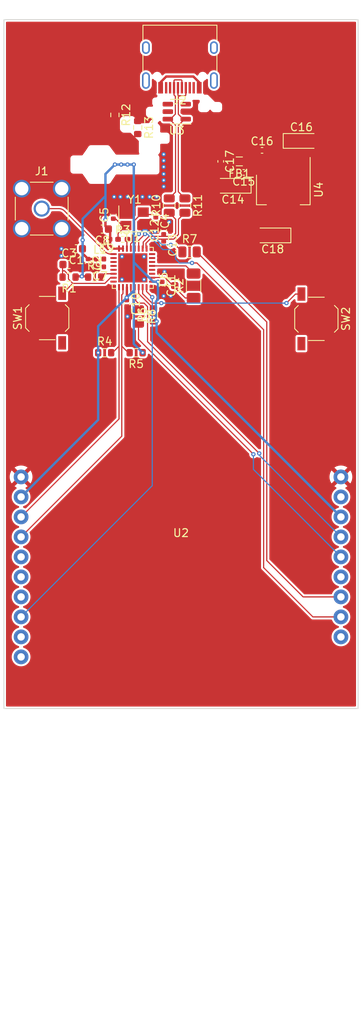
<source format=kicad_pcb>
(kicad_pcb (version 20211014) (generator pcbnew)
  (layers (0 "F.Cu" signal) (1 "In1.Cu" power) (2 "In2.Cu" power) (31 "B.Cu" signal) (34 "B.Paste" user) (35 "F.Paste" user) (36 "B.SilkS" user "B.Silkscreen") (37 "F.SilkS" user "F.Silkscreen") (38 "B.Mask" user) (39 "F.Mask" user) (44 "Edge.Cuts" user))
  (net 0 "")
  (net 1 "+3V3")
  (net 2 "GND")
  (net 3 "Net-(C3-Pad1)")
  (net 4 "Net-(C4-Pad1)")
  (net 5 "Net-(C5-Pad1)")
  (net 6 "VDD_SPI")
  (net 7 "MCU_AIN")
  (net 8 "/MCU_USB_D+")
  (net 9 "/MCU_USB_D-")
  (net 10 "USB_VBUS")
  (net 11 "Net-(C17-Pad1)")
  (net 12 "LNA_IN")
  (net 13 "CC1")
  (net 14 "USB_D+")
  (net 15 "USB_D-")
  (net 17 "CC2")
  (net 20 "SPICS0")
  (net 21 "Net-(R3-Pad2)")
  (net 22 "SDA")
  (net 23 "SCL")
  (net 24 "Net-(R6-Pad2)")
  (net 25 "Net-(R7-Pad1)")
  (net 26 "MCU_UART0_TX")
  (net 27 "Net-(R8-Pad1)")
  (net 28 "MCU_UART1_TX")
  (net 29 "Net-(R9-Pad2)")
  (net 30 "Net-(SW2-Pad2)")
  (net 34 "MCU_UART1_RX")
  (net 35 "F9P_RST")
  (net 41 "MCU_UART0_RX")
  (footprint "Resistor_SMD:R_0603_1608Metric" (layer "F.Cu") (at 161.3 77.8 180)
    (fp_text reference "R5" (at 0 -1.43) (layer "F.SilkS"))
    (fp_text value "4k7")
    (pad "1" smd roundrect (at -0.825 0 180) (size 0.8 0.95) (layers "F.Cu" "F.Paste" "F.Mask") (net 1 "+3V3"))
    (pad "2" smd roundrect (at 0.825 0 180) (size 0.8 0.95) (layers "F.Cu" "F.Paste" "F.Mask") (net 23 "SCL"))
  )
  (footprint "Capacitor_SMD:C_0603_1608Metric" (layer "F.Cu") (at 166.2 68.5 90)
    (fp_text reference "C6" (at 0 -1.43 90) (layer "F.SilkS"))
    (fp_text value "1u")
    (pad "1" smd roundrect (at -0.775 0 90) (size 0.9 0.95) (layers "F.Cu" "F.Paste" "F.Mask") (net 6 "VDD_SPI"))
    (pad "2" smd roundrect (at 0.775 0 90) (size 0.9 0.95) (layers "F.Cu" "F.Paste" "F.Mask") (net 2 "GND"))
  )
  (footprint "Resistor_SMD:R_0603_1608Metric" (layer "F.Cu") (at 163.5 73 90)
    (fp_text reference "R6" (at 0 -1.43 90) (layer "F.SilkS"))
    (fp_text value "10k")
    (pad "1" smd roundrect (at -0.825 0 90) (size 0.8 0.95) (layers "F.Cu" "F.Paste" "F.Mask") (net 1 "+3V3"))
    (pad "2" smd roundrect (at 0.825 0 90) (size 0.8 0.95) (layers "F.Cu" "F.Paste" "F.Mask") (net 24 "Net-(R6-Pad2)"))
  )
  (footprint "Button_Switch_SMD:SW_SPST_TL3342" (layer "F.Cu") (at 150 73.4 90)
    (fp_text reference "SW1" (at 0 -3.75 90) (layer "F.SilkS"))
    (fp_text value "RESET")
    (pad "1" smd rect (at -3.15 -1.9 90) (size 1.7 1) (layers "F.Cu" "F.Paste" "F.Mask") (net 2 "GND"))
    (pad "1" smd rect (at 3.15 -1.9 90) (size 1.7 1) (layers "F.Cu" "F.Paste" "F.Mask") (net 2 "GND"))
    (pad "2" smd rect (at 3.15 1.9 90) (size 1.7 1) (layers "F.Cu" "F.Paste" "F.Mask") (net 3 "Net-(C3-Pad1)"))
    (pad "2" smd rect (at -3.15 1.9 90) (size 1.7 1) (layers "F.Cu" "F.Paste" "F.Mask") (net 3 "Net-(C3-Pad1)"))
  )
  (footprint "ZED-F9P:GPS-RTK-SMA Breakout" (layer "F.Cu") (at 167 101.2)
    (fp_text reference "U2" (at 0 -0.5 unlocked) (layer "F.SilkS"))
    (fp_text value "GPS-RTK-SMA_Breakout")
    (pad "1" thru_hole circle (at -20.32 -7.62) (size 1.8796 1.8796) (drill 0.9398) (layers *.Cu *.Mask) (net 2 "GND"))
    (pad "2" thru_hole circle (at -20.32 -5.08) (size 1.8796 1.8796) (drill 0.9398) (layers *.Cu *.Mask) (net 1 "+3V3"))
    (pad "3" thru_hole circle (at -20.32 -2.54) (size 1.8796 1.8796) (drill 0.9398) (layers *.Cu *.Mask) (net 22 "SDA"))
    (pad "4" thru_hole circle (at -20.32 0) (size 1.8796 1.8796) (drill 0.9398) (layers *.Cu *.Mask) (net 23 "SCL"))
    (pad "5" thru_hole circle (at -20.32 2.54) (size 1.8796 1.8796) (drill 0.9398) (layers *.Cu *.Mask))
    (pad "6" thru_hole circle (at -20.32 5.08) (size 1.8796 1.8796) (drill 0.9398) (layers *.Cu *.Mask))
    (pad "7" thru_hole circle (at -20.32 7.62) (size 1.8796 1.8796) (drill 0.9398) (layers *.Cu *.Mask))
    (pad "8" thru_hole circle (at -20.32 10.16) (size 1.8796 1.8796) (drill 0.9398) (layers *.Cu *.Mask) (net 35 "F9P_RST"))
    (pad "9" thru_hole circle (at -20.32 12.7) (size 1.8796 1.8796) (drill 0.9398) (layers *.Cu *.Mask))
    (pad "10" thru_hole circle (at -20.32 15.24) (size 1.8796 1.8796) (drill 0.9398) (layers *.Cu *.Mask))
    (pad "11" thru_hole circle (at 20.32 -7.62) (size 1.8796 1.8796) (drill 0.9398) (layers *.Cu *.Mask) (net 2 "GND"))
    (pad "12" thru_hole circle (at 20.32 -5.08) (size 1.8796 1.8796) (drill 0.9398) (layers *.Cu *.Mask))
    (pad "13" thru_hole circle (at 20.32 -2.54) (size 1.8796 1.8796) (drill 0.9398) (layers *.Cu *.Mask) (net 1 "+3V3"))
    (pad "14" thru_hole circle (at 20.32 0) (size 1.8796 1.8796) (drill 0.9398) (layers *.Cu *.Mask) (net 34 "MCU_UART1_RX"))
    (pad "15" thru_hole circle (at 20.32 2.54) (size 1.8796 1.8796) (drill 0.9398) (layers *.Cu *.Mask) (net 28 "MCU_UART1_TX"))
    (pad "16" thru_hole circle (at 20.32 5.08) (size 1.8796 1.8796) (drill 0.9398) (layers *.Cu *.Mask))
    (pad "17" thru_hole circle (at 20.32 7.62) (size 1.8796 1.8796) (drill 0.9398) (layers *.Cu *.Mask) (net 26 "MCU_UART0_TX"))
    (pad "18" thru_hole circle (at 20.32 10.16) (size 1.8796 1.8796) (drill 0.9398) (layers *.Cu *.Mask) (net 41 "MCU_UART0_RX"))
    (pad "19" thru_hole circle (at 20.32 12.7) (size 1.8796 1.8796) (drill 0.9398) (layers *.Cu *.Mask))
  )
  (footprint "Capacitor_Tantalum_SMD:CP_EIA-3216-18_Kemet-A" (layer "F.Cu") (at 173.5975 56.6 180)
    (fp_text reference "C14" (at 0 -1.75) (layer "F.SilkS"))
    (fp_text value "4u7")
    (pad "1" smd roundrect (at -1.35 0 180) (size 1.4 1.35) (layers "F.Cu" "F.Paste" "F.Mask") (roundrect_rratio 0.185185) (net 10 "USB_VBUS"))
    (pad "2" smd roundrect (at 1.35 0 180) (size 1.4 1.35) (layers "F.Cu" "F.Paste" "F.Mask") (roundrect_rratio 0.185185) (net 2 "GND"))
  )
  (footprint "Resistor_SMD:R_0805_2012Metric" (layer "F.Cu") (at 165.5 59.1125 90)
    (fp_text reference "R10" (at 0 -1.65 90) (layer "F.SilkS"))
    (fp_text value "27")
    (pad "1" smd roundrect (at -0.9125 0 90) (size 1.025 1.4) (layers "F.Cu" "F.Paste" "F.Mask") (roundrect_rratio 0.243902) (net 8 "/MCU_USB_D+"))
    (pad "2" smd roundrect (at 0.9125 0 90) (size 1.025 1.4) (layers "F.Cu" "F.Paste" "F.Mask") (roundrect_rratio 0.243902) (net 14 "USB_D+"))
  )
  (footprint "Resistor_SMD:R_0603_1608Metric" (layer "F.Cu") (at 158.6 47.6 -90)
    (fp_text reference "R12" (at 0 -1.43 90) (layer "F.SilkS"))
    (fp_text value "5k1")
    (pad "1" smd roundrect (at -0.825 0 270) (size 0.8 0.95) (layers "F.Cu" "F.Paste" "F.Mask") (net 13 "CC1"))
    (pad "2" smd roundrect (at 0.825 0 270) (size 0.8 0.95) (layers "F.Cu" "F.Paste" "F.Mask") (net 2 "GND"))
  )
  (footprint "Connector_Coaxial:SMA_Amphenol_901-144_Vertical" (layer "F.Cu") (at 149.3 59.5)
    (fp_text reference "J1" (at 0 -4.75) (layer "F.SilkS"))
    (fp_text value "Conn_Coaxial")
    (pad "1" thru_hole circle (at 0 0) (size 2.05 2.05) (drill 1.5) (layers *.Cu *.Mask) (net 12 "LNA_IN"))
    (pad "2" thru_hole circle (at -2.54 2.54) (size 2.25 2.25) (drill 1.7) (layers *.Cu *.Mask) (net 2 "GND"))
    (pad "2" thru_hole circle (at 2.54 -2.54) (size 2.25 2.25) (drill 1.7) (layers *.Cu *.Mask) (net 2 "GND"))
    (pad "2" thru_hole circle (at -2.54 -2.54) (size 2.25 2.25) (drill 1.7) (layers *.Cu *.Mask) (net 2 "GND"))
    (pad "2" thru_hole circle (at 2.54 2.54) (size 2.25 2.25) (drill 1.7) (layers *.Cu *.Mask) (net 2 "GND"))
  )
  (footprint "Inductor_SMD:L_0805_2012Metric" (layer "F.Cu") (at 174.41 53.5 180)
    (fp_text reference "FB1" (at 0 -1.55) (layer "F.SilkS"))
    (fp_text value "GZ2012D101TF")
    (pad "1" smd roundrect (at -1.0625 0 180) (size 0.875 1.2) (layers "F.Cu" "F.Paste" "F.Mask") (net 10 "USB_VBUS"))
    (pad "2" smd roundrect (at 1.0625 0 180) (size 0.875 1.2) (layers "F.Cu" "F.Paste" "F.Mask") (net 11 "Net-(C17-Pad1)"))
  )
  (footprint "Capacitor_SMD:C_0603_1608Metric" (layer "F.Cu") (at 152.775 66.6)
    (fp_text reference "C3" (at 0 -1.43) (layer "F.SilkS"))
    (fp_text value "1u")
    (pad "1" smd roundrect (at -0.775 0) (size 0.9 0.95) (layers "F.Cu" "F.Paste" "F.Mask") (net 3 "Net-(C3-Pad1)"))
    (pad "2" smd roundrect (at 0.775 0) (size 0.9 0.95) (layers "F.Cu" "F.Paste" "F.Mask") (net 2 "GND"))
  )
  (footprint "Package_TO_SOT_SMD:SOT-223-3_TabPin2" (layer "F.Cu") (at 180 57.1 -90)
    (fp_text reference "U4" (at 0 -4.5 90) (layer "F.SilkS"))
    (fp_text value "AMS1117-3.3")
    (pad "1" smd rect (at -3.15 -2.3 270) (size 2 1.5) (layers "F.Cu" "F.Paste" "F.Mask") (net 2 "GND"))
    (pad "2" smd rect (at -3.15 0 270) (size 2 1.5) (layers "F.Cu" "F.Paste" "F.Mask") (net 1 "+3V3"))
    (pad "2" smd rect (at 3.15 0 270) (size 2 3.8) (layers "F.Cu" "F.Paste" "F.Mask") (net 1 "+3V3"))
    (pad "3" smd rect (at -3.15 2.3 270) (size 2 1.5) (layers "F.Cu" "F.Paste" "F.Mask") (net 10 "USB_VBUS"))
  )
  (footprint "Capacitor_SMD:C_0402_1005Metric" (layer "F.Cu") (at 172.0475 53.5 -90)
    (fp_text reference "C17" (at 0 -1.16 90) (layer "F.SilkS"))
    (fp_text value "10n")
    (pad "1" smd roundrect (at -0.48 0 270) (size 0.56 0.62) (layers "F.Cu" "F.Paste" "F.Mask") (net 11 "Net-(C17-Pad1)"))
    (pad "2" smd roundrect (at 0.48 0 270) (size 0.56 0.62) (layers "F.Cu" "F.Paste" "F.Mask") (net 2 "GND"))
  )
  (footprint "Capacitor_SMD:C_0402_1005Metric" (layer "F.Cu") (at 174.9675 54.9 180)
    (fp_text reference "C15" (at 0 -1.16) (layer "F.SilkS"))
    (fp_text value "100n")
    (pad "1" smd roundrect (at -0.48 0 180) (size 0.56 0.62) (layers "F.Cu" "F.Paste" "F.Mask") (net 10 "USB_VBUS"))
    (pad "2" smd roundrect (at 0.48 0 180) (size 0.56 0.62) (layers "F.Cu" "F.Paste" "F.Mask") (net 2 "GND"))
  )
  (footprint "Resistor_SMD:R_0402_1005Metric_Pad0.72x0.64mm_HandSolder" (layer "F.Cu") (at 159.6 63.4)
    (fp_text reference "R3" (at 0 -1.17) (layer "F.SilkS"))
    (fp_text value "0R")
    (pad "1" smd roundrect (at -0.5975 0) (size 0.715 0.64) (layers "F.Cu" "F.Paste" "F.Mask") (net 5 "Net-(C5-Pad1)"))
    (pad "2" smd roundrect (at 0.5975 0) (size 0.715 0.64) (layers "F.Cu" "F.Paste" "F.Mask") (net 21 "Net-(R3-Pad2)"))
  )
  (footprint "Crystal:Crystal_SMD_TXC_7M-4Pin_3.2x2.5mm" (layer "F.Cu") (at 161.1 60.8)
    (fp_text reference "Y1" (at 0 -2.45) (layer "F.SilkS"))
    (fp_text value "7M40000005")
    (pad "1" smd rect (at -1.1 0.85) (size 1.4 1.2) (layers "F.Cu" "F.Paste" "F.Mask") (net 5 "Net-(C5-Pad1)"))
    (pad "2" smd rect (at 1.1 0.85) (size 1.4 1.2) (layers "F.Cu" "F.Paste" "F.Mask") (net 2 "GND"))
    (pad "3" smd rect (at 1.1 -0.85) (size 1.4 1.2) (layers "F.Cu" "F.Paste" "F.Mask") (net 4 "Net-(C4-Pad1)"))
    (pad "4" smd rect (at -1.1 -0.85) (size 1.4 1.2) (layers "F.Cu" "F.Paste" "F.Mask") (net 2 "GND"))
  )
  (footprint "Capacitor_SMD:C_0402_1005Metric" (layer "F.Cu") (at 164.6 69.28 -90)
    (fp_text reference "C11" (at 0 -1.16 90) (layer "F.SilkS"))
    (fp_text value "100n")
    (pad "1" smd roundrect (at -0.48 0 270) (size 0.56 0.62) (layers "F.Cu" "F.Paste" "F.Mask") (net 1 "+3V3"))
    (pad "2" smd roundrect (at 0.48 0 270) (size 0.56 0.62) (layers "F.Cu" "F.Paste" "F.Mask") (net 2 "GND"))
  )
  (footprint "Resistor_SMD:R_0603_1608Metric" (layer "F.Cu") (at 157.3 77.8)
    (fp_text reference "R4" (at 0 -1.43) (layer "F.SilkS"))
    (fp_text value "4k7")
    (pad "1" smd roundrect (at -0.825 0) (size 0.8 0.95) (layers "F.Cu" "F.Paste" "F.Mask") (net 1 "+3V3"))
    (pad "2" smd roundrect (at 0.825 0) (size 0.8 0.95) (layers "F.Cu" "F.Paste" "F.Mask") (net 22 "SDA"))
  )
  (footprint "Inductor_SMD:L_0402_1005Metric" (layer "F.Cu") (at 156.715 65.9)
    (fp_text reference "L1" (at 0 -1.17) (layer "F.SilkS"))
    (fp_text value "2.0nH")
    (pad "1" smd roundrect (at -0.485 0) (size 0.59 0.64) (layers "F.Cu" "F.Paste" "F.Mask") (net 1 "+3V3"))
    (pad "2" smd roundrect (at 0.485 0) (size 0.59 0.64) (layers "F.Cu" "F.Paste" "F.Mask") (net 7 "MCU_AIN"))
  )
  (footprint "Capacitor_SMD:C_0402_1005Metric" (layer "F.Cu") (at 157.52 63.4 180)
    (fp_text reference "C9" (at 0 -1.16) (layer "F.SilkS"))
    (fp_text value "10n")
    (pad "1" smd roundrect (at -0.48 0 180) (size 0.56 0.62) (layers "F.Cu" "F.Paste" "F.Mask") (net 1 "+3V3"))
    (pad "2" smd roundrect (at 0.48 0 180) (size 0.56 0.62) (layers "F.Cu" "F.Paste" "F.Mask") (net 2 "GND"))
  )
  (footprint "Capacitor_SMD:C_0402_1005Metric" (layer "F.Cu") (at 164.8 62.27 90)
    (fp_text reference "C12" (at 0 -1.16 90) (layer "F.SilkS"))
    (fp_text value "33p")
    (pad "1" smd roundrect (at -0.48 0 90) (size 0.56 0.62) (layers "F.Cu" "F.Paste" "F.Mask") (net 8 "/MCU_USB_D+"))
    (pad "2" smd roundrect (at 0.48 0 90) (size 0.56 0.62) (layers "F.Cu" "F.Paste" "F.Mask") (net 2 "GND"))
  )
  (footprint "Capacitor_SMD:C_0603_1608Metric" (layer "F.Cu") (at 157 62.1 180)
    (fp_text reference "C8" (at 0 -1.43) (layer "F.SilkS"))
    (fp_text value "1u")
    (pad "1" smd roundrect (at -0.775 0 180) (size 0.9 0.95) (layers "F.Cu" "F.Paste" "F.Mask") (net 1 "+3V3"))
    (pad "2" smd roundrect (at 0.775 0 180) (size 0.9 0.95) (layers "F.Cu" "F.Paste" "F.Mask") (net 2 "GND"))
  )
  (footprint "Capacitor_Tantalum_SMD:CP_EIA-3216-18_Kemet-A" (layer "F.Cu") (at 182.3 50.9)
    (fp_text reference "C16" (at 0 -1.75) (layer "F.SilkS"))
    (fp_text value "22u")
    (pad "1" smd roundrect (at -1.35 0) (size 1.4 1.35) (layers "F.Cu" "F.Paste" "F.Mask") (roundrect_rratio 0.185185) (net 10 "USB_VBUS"))
    (pad "2" smd roundrect (at 1.35 0) (size 1.4 1.35) (layers "F.Cu" "F.Paste" "F.Mask") (roundrect_rratio 0.185185) (net 2 "GND"))
  )
  (footprint "Capacitor_SMD:C_0402_1005Metric" (layer "F.Cu") (at 160.1 71.6 -90)
    (fp_text reference "C10" (at 0 -1.16 90) (layer "F.SilkS"))
    (fp_text value "100n")
    (pad "1" smd roundrect (at -0.48 0 270) (size 0.56 0.62) (layers "F.Cu" "F.Paste" "F.Mask") (net 1 "+3V3"))
    (pad "2" smd roundrect (at 0.48 0 270) (size 0.56 0.62) (layers "F.Cu" "F.Paste" "F.Mask") (net 2 "GND"))
  )
  (footprint "Package_DFN_QFN:QFN-32-1EP_5x5mm_P0.5mm_EP3.7x3.7mm" (layer "F.Cu") (at 160.875 67.025)
    (fp_text reference "U1" (at 0 -3.8) (layer "F.SilkS"))
    (fp_text value "ESP32-C3")
    (pad "1" smd roundrect (at -2.45 -1.75) (size 0.8 0.25) (layers "F.Cu" "F.Paste" "F.Mask") (net 12 "LNA_IN"))
    (pad "2" smd roundrect (at -2.45 -1.25) (size 0.8 0.25) (layers "F.Cu" "F.Paste" "F.Mask") (net 7 "MCU_AIN"))
    (pad "3" smd roundrect (at -2.45 -0.75) (size 0.8 0.25) (layers "F.Cu" "F.Paste" "F.Mask") (net 7 "MCU_AIN"))
    (pad "4" smd roundrect (at -2.45 -0.25) (size 0.8 0.25) (layers "F.Cu" "F.Paste" "F.Mask"))
    (pad "5" smd roundrect (at -2.45 0.25) (size 0.8 0.25) (layers "F.Cu" "F.Paste" "F.Mask"))
    (pad "6" smd roundrect (at -2.45 0.75) (size 0.8 0.25) (layers "F.Cu" "F.Paste" "F.Mask") (net 29 "Net-(R9-Pad2)"))
    (pad "7" smd roundrect (at -2.45 1.25) (size 0.8 0.25) (layers "F.Cu" "F.Paste" "F.Mask") (net 3 "Net-(C3-Pad1)"))
    (pad "8" smd roundrect (at -2.45 1.75) (size 0.8 0.25) (layers "F.Cu" "F.Paste" "F.Mask"))
    (pad "9" smd roundrect (at -1.75 2.45) (size 0.25 0.8) (layers "F.Cu" "F.Paste" "F.Mask") (net 22 "SDA"))
    (pad "10" smd roundrect (at -1.25 2.45) (size 0.25 0.8) (layers "F.Cu" "F.Paste" "F.Mask") (net 23 "SCL"))
    (pad "11" smd roundrect (at -0.75 2.45) (size 0.25 0.8) (layers "F.Cu" "F.Paste" "F.Mask") (net 1 "+3V3"))
    (pad "12" smd roundrect (at -0.25 2.45) (size 0.25 0.8) (layers "F.Cu" "F.Paste" "F.Mask") (net 27 "Net-(R8-Pad1)"))
    (pad "13" smd roundrect (at 0.25 2.45) (size 0.25 0.8) (layers "F.Cu" "F.Paste" "F.Mask") (net 34 "MCU_UART1_RX"))
    (pad "14" smd roundrect (at 0.75 2.45) (size 0.25 0.8) (layers "F.Cu" "F.Paste" "F.Mask") (net 24 "Net-(R6-Pad2)"))
    (pad "15" smd roundrect (at 1.25 2.45) (size 0.25 0.8) (layers "F.Cu" "F.Paste" "F.Mask") (net 30 "Net-(SW2-Pad2)"))
    (pad "16" smd roundrect (at 1.75 2.45) (size 0.25 0.8) (layers "F.Cu" "F.Paste" "F.Mask") (net 35 "F9P_RST"))
    (pad "17" smd roundrect (at 2.45 1.75) (size 0.8 0.25) (layers "F.Cu" "F.Paste" "F.Mask") (net 1 "+3V3"))
    (pad "18" smd roundrect (at 2.45 1.25) (size 0.8 0.25) (layers "F.Cu" "F.Paste" "F.Mask") (net 6 "VDD_SPI"))
    (pad "19" smd roundrect (at 2.45 0.75) (size 0.8 0.25) (layers "F.Cu" "F.Paste" "F.Mask"))
    (pad "20" smd roundrect (at 2.45 0.25) (size 0.8 0.25) (layers "F.Cu" "F.Paste" "F.Mask"))
    (pad "21" smd roundrect (at 2.45 -0.25) (size 0.8 0.25) (layers "F.Cu" "F.Paste" "F.Mask") (net 20 "SPICS0"))
    (pad "22" smd roundrect (at 2.45 -0.75) (size 0.8 0.25) (layers "F.Cu" "F.Paste" "F.Mask"))
    (pad "23" smd roundrect (at 2.45 -1.25) (size 0.8 0.25) (layers "F.Cu" "F.Paste" "F.Mask"))
    (pad "24" smd roundrect (at 2.45 -1.75) (size 0.8 0.25) (layers "F.Cu" "F.Paste" "F.Mask"))
    (pad "25" smd roundrect (at 1.75 -2.45) (size 0.25 0.8) (layers "F.Cu" "F.Paste" "F.Mask") (net 9 "/MCU_USB_D-"))
    (pad "26" smd roundrect (at 1.25 -2.45) (size 0.25 0.8) (layers "F.Cu" "F.Paste" "F.Mask") (net 8 "/MCU_USB_D+"))
    (pad "27" smd roundrect (at 0.75 -2.45) (size 0.25 0.8) (layers "F.Cu" "F.Paste" "F.Mask") (net 41 "MCU_UART0_RX"))
    (pad "28" smd roundrect (at 0.25 -2.45) (size 0.25 0.8) (layers "F.Cu" "F.Paste" "F.Mask") (net 25 "Net-(R7-Pad1)"))
    (pad "29" smd roundrect (at -0.25 -2.45) (size 0.25 0.8) (layers "F.Cu" "F.Paste" "F.Mask") (net 4 "Net-(C4-Pad1)"))
    (pad "30" smd roundrect (at -0.75 -2.45) (size 0.25 0.8) (layers "F.Cu" "F.Paste" "F.Mask") (net 21 "Net-(R3-Pad2)"))
    (pad "31" smd roundrect (at -1.25 -2.45) (size 0.25 0.8) (layers "F.Cu" "F.Paste" "F.Mask") (net 1 "+3V3"))
    (pad "32" smd roundrect (at -1.75 -2.45) (size 0.25 0.8) (layers "F.Cu" "F.Paste" "F.Mask") (net 1 "+3V3"))
    (pad "33" smd rect (at 0 0) (size 3.7 3.7) (layers "F.Cu" "F.Mask") (net 2 "GND"))
  )
  (footprint "Capacitor_SMD:C_0402_1005Metric" (layer "F.Cu") (at 155.2 66.38 -90)
    (fp_text reference "C2" (at 0 -1.16 90) (layer "F.SilkS"))
    (fp_text value "100n")
    (pad "1" smd roundrect (at -0.48 0 270) (size 0.56 0.62) (layers "F.Cu" "F.Paste" "F.Mask") (net 1 "+3V3"))
    (pad "2" smd roundrect (at 0.48 0 270) (size 0.56 0.62) (layers "F.Cu" "F.Paste" "F.Mask") (net 2 "GND"))
  )
  (footprint "Capacitor_SMD:C_0402_1005Metric" (layer "F.Cu") (at 158.4 60.3 90)
    (fp_text reference "C5" (at 0 -1.16 90) (layer "F.SilkS"))
    (fp_text value "15p")
    (pad "1" smd roundrect (at -0.48 0 90) (size 0.56 0.62) (layers "F.Cu" "F.Paste" "F.Mask") (net 5 "Net-(C5-Pad1)"))
    (pad "2" smd roundrect (at 0.48 0 90) (size 0.56 0.62) (layers "F.Cu" "F.Paste" "F.Mask") (net 2 "GND"))
  )
  (footprint "Resistor_SMD:R_0805_2012Metric" (layer "F.Cu") (at 168.0875 65)
    (fp_text reference "R7" (at 0 -1.65) (layer "F.SilkS"))
    (fp_text value "499")
    (pad "1" smd roundrect (at -0.9125 0) (size 1.025 1.4) (layers "F.Cu" "F.Paste" "F.Mask") (roundrect_rratio 0.243902) (net 25 "Net-(R7-Pad1)"))
    (pad "2" smd roundrect (at 0.9125 0) (size 1.025 1.4) (layers "F.Cu" "F.Paste" "F.Mask") (roundrect_rratio 0.243902) (net 26 "MCU_UART0_TX"))
  )
  (footprint "Capacitor_SMD:C_0603_1608Metric" (layer "F.Cu") (at 153.7 64.6 180)
    (fp_text reference "C1" (at 0 -1.43) (layer "F.SilkS"))
    (fp_text value "10u")
    (pad "1" smd roundrect (at -0.775 0 180) (size 0.9 0.95) (layers "F.Cu" "F.Paste" "F.Mask") (net 1 "+3V3"))
    (pad "2" smd roundrect (at 0.775 0 180) (size 0.9 0.95) (layers "F.Cu" "F.Paste" "F.Mask") (net 2 "GND"))
  )
  (footprint "Resistor_SMD:R_0603_1608Metric" (layer "F.Cu") (at 161.5 49.2 -90)
    (fp_text reference "R13" (at 0 -1.43 90) (layer "F.SilkS"))
    (fp_text value "5k1")
    (pad "1" smd roundrect (at -0.825 0 270) (size 0.8 0.95) (layers "F.Cu" "F.Paste" "F.Mask") (net 17 "CC2"))
    (pad "2" smd roundrect (at 0.825 0 270) (size 0.8 0.95) (layers "F.Cu" "F.Paste" "F.Mask") (net 2 "GND"))
  )
  (footprint "Resistor_SMD:R_0805_2012Metric" (layer "F.Cu") (at 167.5 59.1125 -90)
    (fp_text reference "R11" (at 0 -1.65 90) (layer "F.SilkS"))
    (fp_text value "27")
    (pad "1" smd roundrect (at -0.9125 0 270) (size 1.025 1.4) (layers "F.Cu" "F.Paste" "F.Mask") (roundrect_rratio 0.243902) (net 15 "USB_D-"))
    (pad "2" smd roundrect (at 0.9125 0 270) (size 1.025 1.4) (layers "F.Cu" "F.Paste" "F.Mask") (roundrect_rratio 0.243902) (net 9 "/MCU_USB_D-"))
  )
  (footprint "Capacitor_Tantalum_SMD:CP_EIA-3216-18_Kemet-A" (layer "F.Cu") (at 178.65 62.9 180)
    (fp_text reference "C18" (at 0 -1.75) (layer "F.SilkS"))
    (fp_text value "22u")
    (pad "1" smd roundrect (at -1.35 0 180) (size 1.4 1.35) (layers "F.Cu" "F.Paste" "F.Mask") (roundrect_rratio 0.185185) (net 1 "+3V3"))
    (pad "2" smd roundrect (at 1.35 0 180) (size 1.4 1.35) (layers "F.Cu" "F.Paste" "F.Mask") (roundrect_rratio 0.185185) (net 2 "GND"))
  )
  (footprint "Resistor_SMD:R_1206_3216Metric_Pad1.30x1.75mm_HandSolder" (layer "F.Cu") (at 168.6 69.3 90)
    (fp_text reference "R2" (at 0 -1.82 90) (layer "F.SilkS"))
    (fp_text value "10K DNP")
    (pad "1" smd roundrect (at -1.55 0 90) (size 1.3 1.75) (layers "F.Cu" "F.Paste" "F.Mask") (roundrect_rratio 0.192308) (net 6 "VDD_SPI"))
    (pad "2" smd roundrect (at 1.55 0 90) (size 1.3 1.75) (layers "F.Cu" "F.Paste" "F.Mask") (roundrect_rratio 0.192308) (net 20 "SPICS0"))
  )
  (footprint "Capacitor_SMD:C_0402_1005Metric" (layer "F.Cu") (at 164.8 64.14 -90)
    (fp_text reference "C13" (at 0 -1.16 90) (layer "F.SilkS"))
    (fp_text value "33p")
    (pad "1" smd roundrect (at -0.48 0 270) (size 0.56 0.62) (layers "F.Cu" "F.Paste" "F.Mask") (net 9 "/MCU_USB_D-"))
    (pad "2" smd roundrect (at 0.48 0 270) (size 0.56 0.62) (layers "F.Cu" "F.Paste" "F.Mask") (net 2 "GND"))
  )
  (footprint "Capacitor_SMD:C_0402_1005Metric" (layer "F.Cu") (at 163.8 61.08 -90)
    (fp_text reference "C4" (at 0 -1.16 90) (layer "F.SilkS"))
    (fp_text value "15p")
    (pad "1" smd roundrect (at -0.48 0 270) (size 0.56 0.62) (layers "F.Cu" "F.Paste" "F.Mask") (net 4 "Net-(C4-Pad1)"))
    (pad "2" smd roundrect (at 0.48 0 270) (size 0.56 0.62) (layers "F.Cu" "F.Paste" "F.Mask") (net 2 "GND"))
  )
  (footprint "Resistor_SMD:R_0805_2012Metric" (layer "F.Cu") (at 161.6 73.2 -90)
    (fp_text reference "R8" (at 0 -1.65 90) (layer "F.SilkS"))
    (fp_text value "499")
    (pad "1" smd roundrect (at -0.9125 0 270) (size 1.025 1.4) (layers "F.Cu" "F.Paste" "F.Mask") (roundrect_rratio 0.243902) (net 27 "Net-(R8-Pad1)"))
    (pad "2" smd roundrect (at 0.9125 0 270) (size 1.025 1.4) (layers "F.Cu" "F.Paste" "F.Mask") (roundrect_rratio 0.243902) (net 28 "MCU_UART1_TX"))
  )
  (footprint "Resistor_SMD:R_0603_1608Metric" (layer "F.Cu") (at 156.025 68.2)
    (fp_text reference "R9" (at 0 -1.43) (layer "F.SilkS"))
    (fp_text value "10k")
    (pad "1" smd roundrect (at -0.825 0) (size 0.8 0.95) (layers "F.Cu" "F.Paste" "F.Mask") (net 1 "+3V3"))
    (pad "2" smd roundrect (at 0.825 0) (size 0.8 0.95) (layers "F.Cu" "F.Paste" "F.Mask") (net 29 "Net-(R9-Pad2)"))
  )
  (footprint "Capacitor_SMD:C_0402_1005Metric" (layer "F.Cu") (at 156.72 66.9 180)
    (fp_text reference "C7" (at 0 -1.16) (layer "F.SilkS"))
    (fp_text value "100n")
    (pad "1" smd roundrect (at -0.48 0 180) (size 0.56 0.62) (layers "F.Cu" "F.Paste" "F.Mask") (net 7 "MCU_AIN"))
    (pad "2" smd roundrect (at 0.48 0 180) (size 0.56 0.62) (layers "F.Cu" "F.Paste" "F.Mask") (net 2 "GND"))
  )
  (footprint "Connector_USB:USB_C_Receptacle_HRO_TYPE-C-31-M-12" (layer "F.Cu") (at 166.862501 40.1 180)
    (fp_text reference "J2" (at 0 -5.645) (layer "F.SilkS"))
    (fp_text value "TYPE-C-31-M-12")
    (pad "" np_thru_hole circle (at 2.89 -2.6 180) (size 0.65 0.65) (drill 0.65) (layers *.Cu *.Mask))
    (pad "" np_thru_hole circle (at -2.89 -2.6 180) (size 0.65 0.65) (drill 0.65) (layers *.Cu *.Mask))
    (pad "A1" smd rect (at -3.25 -4.045 180) (size 0.6 1.45) (layers "F.Cu" "F.Paste" "F.Mask") (net 2 "GND"))
    (pad "A4" smd rect (at -2.45 -4.045 180) (size 0.6 1.45) (layers "F.Cu" "F.Paste" "F.Mask") (net 11 "Net-(C17-Pad1)"))
    (pad "A5" smd rect (at -1.25 -4.045 180) (size 0.3 1.45) (layers "F.Cu" "F.Paste" "F.Mask") (net 13 "CC1"))
    (pad "A6" smd rect (at -0.25 -4.045 180) (size 0.3 1.45) (layers "F.Cu" "F.Paste" "F.Mask") (net 14 "USB_D+"))
    (pad "A7" smd rect (at 0.25 -4.045 180) (size 0.3 1.45) (layers "F.Cu" "F.Paste" "F.Mask") (net 15 "USB_D-"))
    (pad "A8" smd rect (at 1.25 -4.045 180) (size 0.3 1.45) (layers "F.Cu" "F.Paste" "F.Mask"))
    (pad "A9" smd rect (at 2.45 -4.045 180) (size 0.6 1.45) (layers "F.Cu" "F.Paste" "F.Mask") (net 11 "Net-(C17-Pad1)"))
    (pad "A12" smd rect (at 3.25 -4.045 180) (size 0.6 1.45) (layers "F.Cu" "F.Paste" "F.Mask") (net 2 "GND"))
    (pad "B1" smd rect (at 3.25 -4.045 180) (size 0.6 1.45) (layers "F.Cu" "F.Paste" "F.Mask") (net 2 "GND"))
    (pad "B4" smd rect (at 2.45 -4.045 180) (size 0.6 1.45) (layers "F.Cu" "F.Paste" "F.Mask") (net 11 "Net-(C17-Pad1)"))
    (pad "B5" smd rect (at 1.75 -4.045 180) (size 0.3 1.45) (layers "F.Cu" "F.Paste" "F.Mask") (net 17 "CC2"))
    (pad "B6" smd rect (at 0.75 -4.045 180) (size 0.3 1.45) (layers "F.Cu" "F.Paste" "F.Mask") (net 14 "USB_D+"))
    (pad "B7" smd rect (at -0.75 -4.045 180) (size 0.3 1.45) (layers "F.Cu" "F.Paste" "F.Mask") (net 15 "USB_D-"))
    (pad "B8" smd rect (at -1.75 -4.045 180) (size 0.3 1.45) (layers "F.Cu" "F.Paste" "F.Mask"))
    (pad "B9" smd rect (at -2.45 -4.045 180) (size 0.6 1.45) (layers "F.Cu" "F.Paste" "F.Mask") (net 11 "Net-(C17-Pad1)"))
    (pad "B12" smd rect (at -3.25 -4.045 180) (size 0.6 1.45) (layers "F.Cu" "F.Paste" "F.Mask") (net 2 "GND"))
    (pad "S1" thru_hole oval (at -4.32 1.05 180) (size 1 1.6) (drill oval 0.6 1.2) (layers *.Cu *.Mask))
    (pad "S1" thru_hole oval (at -4.32 -3.13 180) (size 1 2.1) (drill oval 0.6 1.7) (layers *.Cu *.Mask))
    (pad "S1" thru_hole oval (at 4.32 -3.13 180) (size 1 2.1) (drill oval 0.6 1.7) (layers *.Cu *.Mask))
    (pad "S1" thru_hole oval (at 4.32 1.05 180) (size 1 1.6) (drill oval 0.6 1.2) (layers *.Cu *.Mask))
  )
  (footprint "Resistor_SMD:R_0603_1608Metric" (layer "F.Cu") (at 152.775 68.2 180)
    (fp_text reference "R1" (at 0 -1.43) (layer "F.SilkS"))
    (fp_text value "10k")
    (pad "1" smd roundrect (at -0.825 0 180) (size 0.8 0.95) (layers "F.Cu" "F.Paste" "F.Mask") (net 1 "+3V3"))
    (pad "2" smd roundrect (at 0.825 0 180) (size 0.8 0.95) (layers "F.Cu" "F.Paste" "F.Mask") (net 3 "Net-(C3-Pad1)"))
  )
  (footprint "Capacitor_SMD:C_0402_1005Metric" (layer "F.Cu") (at 177.3 52.1)
    (fp_text reference "C16" (at 0 -1.16) (layer "F.SilkS"))
    (fp_text value "10n")
    (pad "1" smd roundrect (at -0.48 0) (size 0.56 0.62) (layers "F.Cu" "F.Paste" "F.Mask") (net 10 "USB_VBUS"))
    (pad "2" smd roundrect (at 0.48 0) (size 0.56 0.62) (layers "F.Cu" "F.Paste" "F.Mask") (net 2 "GND"))
  )
  (footprint "Package_TO_SOT_SMD:SOT-23-6" (layer "F.Cu") (at 166.462501 47.18 180)
    (fp_text reference "U3" (at 0 -2.4) (layer "F.SilkS"))
    (fp_text value "SRV05-4")
    (pad "1" smd roundrect (at -1.1375 -0.95 180) (size 1.325 0.6) (layers "F.Cu" "F.Paste" "F.Mask") (net 15 "USB_D-"))
    (pad "2" smd roundrect (at -1.1375 0 180) (size 1.325 0.6) (layers "F.Cu" "F.Paste" "F.Mask") (net 2 "GND"))
    (pad "3" smd roundrect (at -1.1375 0.95 180) (size 1.325 0.6) (layers "F.Cu" "F.Paste" "F.Mask"))
    (pad "4" smd roundrect (at 1.1375 0.95 180) (size 1.325 0.6) (layers "F.Cu" "F.Paste" "F.Mask"))
    (pad "5" smd roundrect (at 1.1375 0 180) (size 1.325 0.6) (layers "F.Cu" "F.Paste" "F.Mask") (net 10 "USB_VBUS"))
    (pad "6" smd roundrect (at 1.1375 -0.95 180) (size 1.325 0.6) (layers "F.Cu" "F.Paste" "F.Mask") (net 14 "USB_D+"))
  )
  (footprint "Button_Switch_SMD:SW_SPST_TL3342" (layer "F.Cu") (at 184.2 73.5 -90)
    (fp_text reference "SW2" (at 0 -3.75 90) (layer "F.SilkS"))
    (fp_text value "DOWNLOAD")
    (pad "1" smd rect (at -3.15 -1.9 270) (size 1.7 1) (layers "F.Cu" "F.Paste" "F.Mask") (net 2 "GND"))
    (pad "1" smd rect (at 3.15 -1.9 270) (size 1.7 1) (layers "F.Cu" "F.Paste" "F.Mask") (net 2 "GND"))
    (pad "2" smd rect (at 3.15 1.9 270) (size 1.7 1) (layers "F.Cu" "F.Paste" "F.Mask") (net 30 "Net-(SW2-Pad2)"))
    (pad "2" smd rect (at -3.15 1.9 270) (size 1.7 1) (layers "F.Cu" "F.Paste" "F.Mask") (net 30 "Net-(SW2-Pad2)"))
  )
  (gr_rect (start 144.5 123) (end 189.5 35.5) (layer "Edge.Cuts") (width 0.1) (fill none))
  (segment (start 155.1 68.1) (end 155.2 68.2) (width 0.3) (layer "F.Cu") (net 1))
  (segment (start 154.4 68.1) (end 155.1 68.1) (width 0.3) (layer "F.Cu") (net 1))
  (segment (start 164.575 68.775) (end 164.6 68.8) (width 0.3) (layer "F.Cu") (net 1))
  (segment (start 154.475 64.6) (end 154.475 65.175) (width 0.3) (layer "F.Cu") (net 1))
  (segment (start 163.325 68.775) (end 164.575 68.775) (width 0.3) (layer "F.Cu") (net 1))
  (segment (start 157.4 60.9) (end 157.4 61.725) (width 0.3) (layer "F.Cu") (net 1))
  (segment (start 154.4 68.1) (end 153.7 68.1) (width 0.3) (layer "F.Cu") (net 1))
  (segment (start 158 62.325) (end 157.775 62.1) (width 0.3) (layer "F.Cu") (net 1))
  (segment (start 155.2 65.9) (end 156.23 65.9) (width 0.3) (layer "F.Cu") (net 1))
  (segment (start 154.475 65.175) (end 155.2 65.9) (width 0.3) (layer "F.Cu") (net 1))
  (segment (start 157.4 61.725) (end 157.775 62.1) (width 0.3) (layer "F.Cu") (net 1))
  (segment (start 154.5 64.575) (end 154.475 64.6) (width 0.3) (layer "F.Cu") (net 1))
  (segment (start 159.625 64.575) (end 159.125 64.575) (width 0.3) (layer "F.Cu") (net 1))
  (segment (start 158 64.2) (end 158.375 64.575) (width 0.3) (layer "F.Cu") (net 1))
  (segment (start 153.7 68.1) (end 153.6 68.2) (width 0.3) (layer "F.Cu") (net 1))
  (segment (start 160.125 71.095) (end 160.1 71.12) (width 0.3) (layer "F.Cu") (net 1))
  (segment (start 154.5 63.5) (end 154.5 64.575) (width 0.3) (layer "F.Cu") (net 1))
  (segment (start 158 63.4) (end 158 62.325) (width 0.3) (layer "F.Cu") (net 1))
  (segment (start 158.375 64.575) (end 159.125 64.575) (width 0.3) (layer "F.Cu") (net 1))
  (segment (start 160.125 69.475) (end 160.125 71.095) (width 0.3) (layer "F.Cu") (net 1))
  (segment (start 158 63.4) (end 158 64.2) (width 0.3) (layer "F.Cu") (net 1))
  (via (at 156.475 77.8) (size 0.55) (drill 0.25) (layers "F.Cu" "B.Cu") (net 1))
  (via (at 158.6 53.9) (size 0.55) (drill 0.25) (layers "F.Cu" "B.Cu") (net 1))
  (via (at 164.075 68.7945) (size 0.55) (drill 0.25) (layers "F.Cu" "B.Cu") (net 1))
  (via (at 157.4 60.9) (size 0.55) (drill 0.25) (layers "F.Cu" "B.Cu") (net 1))
  (via (at 159.4 53.9) (size 0.55) (drill 0.25) (layers "F.Cu" "B.Cu") (net 1))
  (via (at 162.125 77.8) (size 0.55) (drill 0.25) (layers "F.Cu" "B.Cu") (net 1))
  (via (at 161 53.9) (size 0.55) (drill 0.25) (layers "F.Cu" "B.Cu") (net 1))
  (via (at 154.5 63.5) (size 0.55) (drill 0.25) (layers "F.Cu" "B.Cu") (net 1))
  (via (at 163.898043 73.825) (size 0.55) (drill 0.25) (layers "F.Cu" "B.Cu") (net 1))
  (via (at 160.2 53.9) (size 0.55) (drill 0.25) (layers "F.Cu" "B.Cu") (net 1))
  (via (at 154.4 68.1) (size 0.55) (drill 0.25) (layers "F.Cu" "B.Cu") (net 1))
  (via (at 160.100872 70.805431) (size 0.55) (drill 0.25) (layers "F.Cu" "B.Cu") (net 1))
  (segment (start 163.8 73.726957) (end 163.898043 73.825) (width 0.3) (layer "B.Cu") (net 1))
  (segment (start 164.075 71.041116) (end 163.8 71.316116) (width 0.3) (layer "B.Cu") (net 1))
  (segment (start 160.100872 70.805431) (end 156.475 74.431303) (width 0.3) (layer "B.Cu") (net 1))
  (segment (start 161 53.9) (end 161 66.3) (width 0.3) (layer "B.Cu") (net 1))
  (segment (start 161 76.675) (end 162.125 77.8) (width 0.3) (layer "B.Cu") (net 1))
  (segment (start 158.6 53.9) (end 159.4 53.9) (width 0.3) (layer "B.Cu") (net 1))
  (segment (start 154.5 63.5) (end 154.5 68) (width 0.3) (layer "B.Cu") (net 1))
  (segment (start 161 66.3) (end 161 69.906303) (width 0.3) (layer "B.Cu") (net 1))
  (segment (start 164.075 68.7945) (end 164.075 71.041116) (width 0.3) (layer "B.Cu") (net 1))
  (segment (start 157.4 57.9) (end 154.5 60.8) (width 0.3) (layer "B.Cu") (net 1))
  (segment (start 161 69.906303) (end 161 76.675) (width 0.3) (layer "B.Cu") (net 1))
  (segment (start 163.8 71.316116) (end 163.8 73.726957) (width 0.3) (layer "B.Cu") (net 1))
  (segment (start 161 66.316116) (end 163.478384 68.7945) (width 0.3) (layer "B.Cu") (net 1))
  (segment (start 163.898043 73.825) (end 163.898043 75.238043) (width 0.3) (layer "B.Cu") (net 1))
  (segment (start 159.4 53.9) (end 160.2 53.9) (width 0.3) (layer "B.Cu") (net 1))
  (segment (start 163.898043 75.238043) (end 187.32 98.66) (width 0.3) (layer "B.Cu") (net 1))
  (segment (start 160.2 53.9) (end 161 53.9) (width 0.3) (layer "B.Cu") (net 1))
  (segment (start 154.5 60.8) (end 154.5 63.5) (width 0.3) (layer "B.Cu") (net 1))
  (segment (start 158.6 53.9) (end 157.4 55.1) (width 0.3) (layer "B.Cu") (net 1))
  (segment (start 161 66.3) (end 161 66.316116) (width 0.3) (layer "B.Cu") (net 1))
  (segment (start 156.475 74.431303) (end 156.475 77.8) (width 0.3) (layer "B.Cu") (net 1))
  (segment (start 161 69.906303) (end 160.100872 70.805431) (width 0.3) (layer "B.Cu") (net 1))
  (segment (start 157.4 55.1) (end 157.4 57.9) (width 0.3) (layer "B.Cu") (net 1))
  (segment (start 157.4 57.9) (end 157.4 60.9) (width 0.3) (layer "B.Cu") (net 1))
  (segment (start 156.475 74.431303) (end 156.475 86.325) (width 0.3) (layer "B.Cu") (net 1))
  (segment (start 156.475 86.325) (end 146.68 96.12) (width 0.3) (layer "B.Cu") (net 1))
  (segment (start 163.478384 68.7945) (end 164.075 68.7945) (width 0.3) (layer "B.Cu") (net 1))
  (segment (start 154.5 68) (end 154.4 68.1) (width 0.3) (layer "B.Cu") (net 1))
  (via (at 164.8 55.9) (size 0.55) (drill 0.25) (layers "F.Cu" "B.Cu") (net 2))
  (via (at 164.8 52.6) (size 0.55) (drill 0.25) (layers "F.Cu" "B.Cu") (net 2))
  (via (at 160.2 58) (size 0.55) (drill 0.25) (layers "F.Cu" "B.Cu") (net 2))
  (via (at 151.8 64.6) (size 0.55) (drill 0.25) (layers "F.Cu" "B.Cu") (net 2))
  (via (at 159.3 58) (size 0.55) (drill 0.25) (layers "F.Cu" "B.Cu") (net 2))
  (via (at 164.8 55.1) (size 0.55) (drill 0.25) (layers "F.Cu" "B.Cu") (net 2))
  (via (at 162.1 58) (size 0.55) (drill 0.25) (layers "F.Cu" "B.Cu") (net 2))
  (via (at 163.9 58) (size 0.55) (drill 0.25) (layers "F.Cu" "B.Cu") (net 2))
  (via (at 164.8 56.7) (size 0.55) (drill 0.25) (layers "F.Cu" "B.Cu") (net 2))
  (via (at 160.2 73.2) (size 0.55) (drill 0.25) (layers "F.Cu" "B.Cu") (net 2))
  (via (at 163 58) (size 0.55) (drill 0.25) (layers "F.Cu" "B.Cu") (net 2))
  (via (at 162.3 65.6) (size 0.55) (drill 0.25) (layers "F.Cu" "B.Cu") (net 2))
  (via (at 163.7 62.4) (size 0.55) (drill 0.25) (layers "F.Cu" "B.Cu") (net 2))
  (via (at 164.8 53.4) (size 0.55) (drill 0.25) (layers "F.Cu" "B.Cu") (net 2))
  (via (at 164.8 54.2) (size 0.55) (drill 0.25) (layers "F.Cu" "B.Cu") (net 2))
  (via (at 164.9 67.5) (size 0.55) (drill 0.25) (layers "F.Cu" "B.Cu") (net 2))
  (via (at 164.8 70.6) (size 0.55) (drill 0.25) (layers "F.Cu" "B.Cu") (net 2))
  (via (at 165.5 61.2) (size 0.55) (drill 0.25) (layers "F.Cu" "B.Cu") (net 2))
  (via (at 158.5 58) (size 0.55) (drill 0.25) (layers "F.Cu" "B.Cu") (net 2))
  (via (at 159.5 68.5) (size 0.55) (drill 0.25) (layers "F.Cu" "B.Cu") (net 2))
  (via (at 159.5 65.6) (size 0.55) (drill 0.25) (layers "F.Cu" "B.Cu") (net 2))
  (via (at 162.3 68.5) (size 0.55) (drill 0.25) (layers "F.Cu" "B.Cu") (net 2))
  (via (at 151.8 65.5) (size 0.55) (drill 0.25) (layers "F.Cu" "B.Cu") (net 2))
  (via (at 165.7 70.6) (size 0.55) (drill 0.25) (layers "F.Cu" "B.Cu") (net 2))
  (segment (start 158.047703 68.275) (end 157.322703 69) (width 0.15) (layer "F.Cu") (net 3))
  (segment (start 152.2 67.4) (end 152 67.4) (width 0.15) (layer "F.Cu") (net 3))
  (segment (start 152.7 68.446751) (end 152.7 67.9) (width 0.15) (layer "F.Cu") (net 3))
  (segment (start 152.7 67.9) (end 152.2 67.4) (width 0.15) (layer "F.Cu") (net 3))
  (segment (start 158.425 68.275) (end 158.047703 68.275) (width 0.15) (layer "F.Cu") (net 3))
  (segment (start 152.003249 70.25) (end 153.253249 69) (width 0.15) (layer "F.Cu") (net 3))
  (segment (start 152 68.15) (end 151.95 68.2) (width 0.15) (layer "F.Cu") (net 3))
  (segment (start 151.95 68.2) (end 151.9 68.25) (width 0.15) (layer "F.Cu") (net 3))
  (segment (start 151.9 70.25) (end 152.003249 70.25) (width 0.15) (layer "F.Cu") (net 3))
  (segment (start 157.322703 69) (end 153.253249 69) (width 0.15) (layer "F.Cu") (net 3))
  (segment (start 152 66.6) (end 151.95 66.65) (width 0.15) (layer "F.Cu") (net 3))
  (segment (start 151.95 66.65) (end 151.95 68.2) (width 0.15) (layer "F.Cu") (net 3))
  (segment (start 153.253249 69) (end 152.7 68.446751) (width 0.15) (layer "F.Cu") (net 3))
  (segment (start 160.625 64.575) (end 160.6 64.55) (width 0.15) (layer "F.Cu") (net 4))
  (segment (start 163.425 60.25) (end 163.775 60.6) (width 0.15) (layer "F.Cu") (net 4))
  (segment (start 160.83 62.87) (end 161.1 62.6) (width 0.15) (layer "F.Cu") (net 4))
  (segment (start 161.1 62.6) (end 161.1 61) (width 0.15) (layer "F.Cu") (net 4))
  (segment (start 160.6 63.970183) (end 160.83 63.740183) (width 0.15) (layer "F.Cu") (net 4))
  (segment (start 160.6 64.55) (end 160.6 63.970183) (width 0.15) (layer "F.Cu") (net 4))
  (segment (start 162.375 60.25) (end 163.425 60.25) (width 0.15) (layer "F.Cu") (net 4))
  (segment (start 161.1 61) (end 162.15 59.95) (width 0.15) (layer "F.Cu") (net 4))
  (segment (start 162.15 59.95) (end 162.2 59.95) (width 0.15) (layer "F.Cu") (net 4))
  (segment (start 160.83 63.740183) (end 160.83 62.87) (width 0.15) (layer "F.Cu") (net 4))
  (segment (start 159.0025 63.4) (end 159.0025 62.6475) (width 0.15) (layer "F.Cu") (net 5))
  (segment (start 159.785 61.885) (end 158.615 60.715) (width 0.15) (layer "F.Cu") (net 5))
  (segment (start 159.0025 62.6475) (end 160 61.65) (width 0.15) (layer "F.Cu") (net 5))
  (segment (start 159.7 61.95) (end 159.57 61.95) (width 0.15) (layer "F.Cu") (net 5))
  (segment (start 160 61.65) (end 159.7 61.95) (width 0.15) (layer "F.Cu") (net 5))
  (segment (start 167.546899 70.85) (end 168.6 70.85) (width 0.15) (layer "F.Cu") (net 6))
  (segment (start 163.355 68.245) (end 164.941899 68.245) (width 0.15) (layer "F.Cu") (net 6))
  (segment (start 163.325 68.275) (end 163.355 68.245) (width 0.15) (layer "F.Cu") (net 6))
  (segment (start 164.941899 68.245) (end 167.546899 70.85) (width 0.15) (layer "F.Cu") (net 6))
  (segment (start 165.5 60.025) (end 166.325 60.85) (width 0.15) (layer "F.Cu") (net 8))
  (segment (start 162.2 63.752512) (end 162.2 64.5) (width 0.15) (layer "F.Cu") (net 8))
  (segment (start 162.927512 63.025) (end 162.2 63.752512) (width 0.15) (layer "F.Cu") (net 8))
  (segment (start 166.325 62.636884) (end 165.936884 63.025) (width 0.15) (layer "F.Cu") (net 8))
  (segment (start 165.936884 63.025) (end 162.927512 63.025) (width 0.15) (layer "F.Cu") (net 8))
  (segment (start 166.325 60.85) (end 166.325 62.636884) (width 0.15) (layer "F.Cu") (net 8))
  (segment (start 162.2 64.5) (end 162.125 64.575) (width 0.15) (layer "F.Cu") (net 8))
  (segment (start 166.08186 63.375) (end 163.072488 63.375) (width 0.15) (layer "F.Cu") (net 9))
  (segment (start 162.55 64.5) (end 162.625 64.575) (width 0.15) (layer "F.Cu") (net 9))
  (segment (start 167.5 60.025) (end 166.675 60.85) (width 0.15) (layer "F.Cu") (net 9))
  (segment (start 166.675 62.78186) (end 166.08186 63.375) (width 0.15) (layer "F.Cu") (net 9))
  (segment (start 162.55 63.897488) (end 162.55 64.5) (width 0.15) (layer "F.Cu") (net 9))
  (segment (start 166.675 60.85) (end 166.675 62.78186) (width 0.15) (layer "F.Cu") (net 9))
  (segment (start 163.072488 63.375) (end 162.55 63.897488) (width 0.15) (layer "F.Cu") (net 9))
  (segment (start 164.871834 47.18) (end 165.325001 47.18) (width 0.3) (layer "F.Cu") (net 10))
  (segment (start 169.312501 43.460001) (end 169.312501 44.145) (width 0.3) (layer "F.Cu") (net 11))
  (segment (start 165.1275 42.72) (end 168.5725 42.72) (width 0.3) (layer "F.Cu") (net 11))
  (segment (start 164.412501 43.434999) (end 165.1275 42.72) (width 0.3) (layer "F.Cu") (net 11))
  (segment (start 168.5725 42.72) (end 169.312501 43.460001) (width 0.3) (layer "F.Cu") (net 11))
  (segment (start 164.412501 44.145) (end 164.412501 43.434999) (width 0.3) (layer "F.Cu") (net 11))
  (segment (start 151.485786 59.5) (end 149.3 59.5) (width 0.15) (layer "F.Cu") (net 12))
  (segment (start 157.382107 64.982107) (end 152.192893 59.792893) (width 0.15) (layer "F.Cu") (net 12))
  (segment (start 158.425 65.275) (end 158.089214 65.275) (width 0.15) (layer "F.Cu") (net 12))
  (arc (start 152.192893 59.792893) (mid 151.86847 59.57612) (end 151.485786 59.5) (width 0.15) (layer "F.Cu") (net 12))
  (arc (start 158.089214 65.275) (mid 157.706531 65.19888) (end 157.382107 64.982107) (width 0.15) (layer "F.Cu") (net 12))
  (segment (start 165.53 48.13) (end 166.307501 48.907501) (width 0.15) (layer "F.Cu") (net 14))
  (segment (start 166.307501 57.392499) (end 165.5 58.2) (width 0.15) (layer "F.Cu") (net 14))
  (segment (start 165.325001 48.13) (end 165.53 48.13) (width 0.15) (layer "F.Cu") (net 14))
  (segment (start 165.648542 48.13) (end 165.325001 48.13) (width 0.15) (layer "F.Cu") (net 14))
  (segment (start 166.112501 44.145) (end 166.112501 43.22) (width 0.15) (layer "F.Cu") (net 14))
  (segment (start 167.112501 43.22) (end 167.112501 44.145) (width 0.15) (layer "F.Cu") (net 14))
  (segment (start 166.282501 47.496041) (end 165.648542 48.13) (width 0.15) (layer "F.Cu") (net 14))
  (segment (start 166.112501 44.145) (end 166.112501 45.06) (width 0.15) (layer "F.Cu") (net 14))
  (segment (start 166.112501 45.06) (end 166.282501 45.23) (width 0.15) (layer "F.Cu") (net 14))
  (segment (start 166.307501 48.907501) (end 166.307501 57.392499) (width 0.15) (layer "F.Cu") (net 14))
  (segment (start 166.282501 45.23) (end 166.282501 47.496041) (width 0.15) (layer "F.Cu") (net 14))
  (segment (start 166.112501 43.22) (end 166.187501 43.145) (width 0.15) (layer "F.Cu") (net 14))
  (segment (start 166.187501 43.145) (end 167.037501 43.145) (width 0.15) (layer "F.Cu") (net 14))
  (segment (start 167.037501 43.145) (end 167.112501 43.22) (width 0.15) (layer "F.Cu") (net 14))
  (segment (start 167.47 48.13) (end 167.600001 48.13) (width 0.15) (layer "F.Cu") (net 15))
  (segment (start 166.812501 45.16) (end 166.662501 45.31) (width 0.15) (layer "F.Cu") (net 15))
  (segment (start 166.702501 45.16) (end 166.812501 45.16) (width 0.15) (layer "F.Cu") (net 15))
  (segment (start 166.657501 48.942499) (end 166.657501 57.357501) (width 0.15) (layer "F.Cu") (net 15))
  (segment (start 167.282501 48.13) (end 167.600001 48.13) (width 0.15) (layer "F.Cu") (net 15))
  (segment (start 167.600001 48.13) (end 167.385002 48.13) (width 0.15) (layer "F.Cu") (net 15))
  (segment (start 166.612501 44.145) (end 166.612501 45.07) (width 0.15) (layer "F.Cu") (net 15))
  (segment (start 166.662501 45.31) (end 166.662501 47.51) (width 0.15) (layer "F.Cu") (net 15))
  (segment (start 167.612501 45.07) (end 167.612501 44.145) (width 0.15) (layer "F.Cu") (net 15))
  (segment (start 166.812501 45.16) (end 167.522501 45.16) (width 0.15) (layer "F.Cu") (net 15))
  (segment (start 167.522501 45.16) (end 167.612501 45.07) (width 0.15) (layer "F.Cu") (net 15))
  (segment (start 166.612501 45.07) (end 166.702501 45.16) (width 0.15) (layer "F.Cu") (net 15))
  (segment (start 166.662501 47.51) (end 167.282501 48.13) (width 0.15) (layer "F.Cu") (net 15))
  (segment (start 166.657501 48.942499) (end 167.47 48.13) (width 0.15) (layer "F.Cu") (net 15))
  (segment (start 166.657501 57.357501) (end 167.5 58.2) (width 0.15) (layer "F.Cu") (net 15))
  (segment (start 167.625 66.775) (end 168.6 67.75) (width 0.15) (layer "F.Cu") (net 20))
  (segment (start 163.325 66.775) (end 167.625 66.775) (width 0.15) (layer "F.Cu") (net 20))
  (segment (start 160.125 63.4725) (end 160.1975 63.4) (width 0.15) (layer "F.Cu") (net 21))
  (segment (start 160.125 64.575) (end 160.125 63.4725) (width 0.15) (layer "F.Cu") (net 21))
  (segment (start 159.125 76.975) (end 159.125 86.215) (width 0.15) (layer "F.Cu") (net 22))
  (segment (start 159.125 76.975) (end 158.3 77.8) (width 0.15) (layer "F.Cu") (net 22))
  (segment (start 158.3 77.8) (end 158.125 77.8) (width 0.15) (layer "F.Cu") (net 22))
  (segment (start 159.125 69.475) (end 159.125 76.975) (width 0.15) (layer "F.Cu") (net 22))
  (segment (start 159.125 86.215) (end 146.68 98.66) (width 0.15) (layer "F.Cu") (net 22))
  (segment (start 160.2 77.8) (end 160.5 77.8) (width 0.15) (layer "F.Cu") (net 23))
  (segment (start 159.475 76.975) (end 159.475 88.405) (width 0.15) (layer "F.Cu") (net 23))
  (segment (start 159.475 70.448101) (end 159.475 76.975) (width 0.15) (layer "F.Cu") (net 23))
  (segment (start 159.475 76.975) (end 160.3 77.8) (width 0.15) (layer "F.Cu") (net 23))
  (segment (start 159.625 70.298101) (end 159.475 70.448101) (width 0.15) (layer "F.Cu") (net 23))
  (segment (start 159.625 69.475) (end 159.625 70.298101) (width 0.15) (layer "F.Cu") (net 23))
  (segment (start 160.3 77.8) (end 160.5 77.8) (width 0.15) (layer "F.Cu") (net 23))
  (segment (start 159.475 88.405) (end 146.68 101.2) (width 0.15) (layer "F.Cu") (net 23))
  (segment (start 161.625 69.475) (end 161.625 70.3) (width 0.15) (layer "F.Cu") (net 24))
  (segment (start 161.625 70.3) (end 163.5 72.175) (width 0.15) (layer "F.Cu") (net 24))
  (segment (start 165.7 64.1) (end 166.275 64.1) (width 0.15) (layer "F.Cu") (net 25))
  (segment (start 161.132579 63.932579) (end 161.18 63.885158) (width 0.15) (layer "F.Cu") (net 25))
  (segment (start 161.125 64.575) (end 161.125 63.940158) (width 0.15) (layer "F.Cu") (net 25))
  (segment (start 161.125 63.940158) (end 161.132579 63.932579) (width 0.15) (layer "F.Cu") (net 25))
  (segment (start 161.18 63.885158) (end 161.18 63.7) (width 0.15) (layer "F.Cu") (net 25))
  (segment (start 161.18 63.194002) (end 161.6495 62.724502) (width 0.15) (layer "F.Cu") (net 25))
  (segment (start 161.18 63.7) (end 161.18 63.194002) (width 0.15) (layer "F.Cu") (net 25))
  (segment (start 166.275 64.1) (end 167.175 65) (width 0.15) (layer "F.Cu") (net 25))
  (via (at 165.7 64.1) (size 0.55) (drill 0.25) (layers "F.Cu" "B.Cu") (net 25))
  (via (at 161.6495 62.724502) (size 0.55) (drill 0.25) (layers "F.Cu" "B.Cu") (net 25))
  (segment (start 164.6 64.1) (end 165.7 64.1) (width 0.15) (layer "B.Cu") (net 25))
  (segment (start 161.6495 62.724502) (end 161.649883 62.724502) (width 0.15) (layer "B.Cu") (net 25))
  (segment (start 164.581017 64.1) (end 164.6 64.1) (width 0.15) (layer "B.Cu") (net 25))
  (segment (start 161.649883 62.724502) (end 162.199883 62.174502) (width 0.15) (layer "B.Cu") (net 25))
  (segment (start 162.199883 62.174502) (end 162.655519 62.174502) (width 0.15) (layer "B.Cu") (net 25))
  (segment (start 162.655519 62.174502) (end 164.581017 64.1) (width 0.15) (layer "B.Cu") (net 25))
  (segment (start 177.9 104.2) (end 182.52 108.82) (width 0.15) (layer "F.Cu") (net 26))
  (segment (start 169 65) (end 177.9 73.9) (width 0.15) (layer "F.Cu") (net 26))
  (segment (start 182.52 108.82) (end 187.32 108.82) (width 0.15) (layer "F.Cu") (net 26))
  (segment (start 177.9 73.9) (end 177.9 104.2) (width 0.15) (layer "F.Cu") (net 26))
  (segment (start 160.625 69.475) (end 160.625 70.325) (width 0.15) (layer "F.Cu") (net 27))
  (segment (start 160.625 70.325) (end 160.9 70.6) (width 0.15) (layer "F.Cu") (net 27))
  (segment (start 160.9 71.5875) (end 161.6 72.2875) (width 0.15) (layer "F.Cu") (net 27))
  (segment (start 160.9 70.6) (end 160.9 71.5875) (width 0.15) (layer "F.Cu") (net 27))
  (segment (start 161.6 74.1125) (end 161.6 76.1) (width 0.15) (layer "F.Cu") (net 28))
  (segment (start 161.6 76.1) (end 176.2 90.7) (width 0.15) (layer "F.Cu") (net 28))
  (via (at 176.2 90.7) (size 0.55) (drill 0.25) (layers "F.Cu" "B.Cu") (net 28))
  (segment (start 176.2 90.7) (end 176.2 92.62) (width 0.15) (layer "B.Cu") (net 28))
  (segment (start 176.2 92.62) (end 187.32 103.74) (width 0.15) (layer "B.Cu") (net 28))
  (segment (start 157.275 67.775) (end 156.85 68.2) (width 0.15) (layer "F.Cu") (net 29))
  (segment (start 158.425 67.775) (end 157.275 67.775) (width 0.15) (layer "F.Cu") (net 29))
  (segment (start 162.125 70.305026) (end 163.319974 71.5) (width 0.15) (layer "F.Cu") (net 30))
  (segment (start 163.971751 71.5) (end 164.5 71.5) (width 0.15) (layer "F.Cu") (net 30))
  (segment (start 180.4 71.5) (end 181.55 70.35) (width 0.15) (layer "F.Cu") (net 30))
  (segment (start 163.319974 71.5) (end 163.971751 71.5) (width 0.15) (layer "F.Cu") (net 30))
  (segment (start 181.55 70.35) (end 182.3 70.35) (width 0.15) (layer "F.Cu") (net 30))
  (segment (start 162.125 69.475) (end 162.125 70.305026) (width 0.15) (layer "F.Cu") (net 30))
  (via (at 180.4 71.5) (size 0.55) (drill 0.25) (layers "F.Cu" "B.Cu") (net 30))
  (via (at 164.5 71.5) (size 0.55) (drill 0.25) (layers "F.Cu" "B.Cu") (net 30))
  (segment (start 164.5 71.5) (end 180.4 71.5) (width 0.15) (layer "B.Cu") (net 30))
  (segment (start 162.75 76.402034) (end 176.94197 90.594004) (width 0.15) (layer "F.Cu") (net 34))
  (segment (start 161.25 70.455025) (end 161.25 71.2) (width 0.15) (layer "F.Cu") (net 34))
  (segment (start 162.3 71.5) (end 162.75 71.95) (width 0.15) (layer "F.Cu") (net 34))
  (segment (start 161.25 71.2) (end 161.55 71.5) (width 0.15) (layer "F.Cu") (net 34))
  (segment (start 161.125 69.475) (end 161.125 70.330025) (width 0.15) (layer "F.Cu") (net 34))
  (segment (start 161.125 70.330025) (end 161.25 70.455025) (width 0.15) (layer "F.Cu") (net 34))
  (segment (start 162.75 71.95) (end 162.75 76.402034) (width 0.15) (layer "F.Cu") (net 34))
  (segment (start 161.55 71.5) (end 162.3 71.5) (width 0.15) (layer "F.Cu") (net 34))
  (via (at 176.94197 90.594004) (size 0.55) (drill 0.25) (layers "F.Cu" "B.Cu") (net 34))
  (segment (start 176.94197 90.594004) (end 176.94197 90.82197) (width 0.15) (layer "B.Cu") (net 34))
  (segment (start 176.94197 90.82197) (end 187.32 101.2) (width 0.15) (layer "B.Cu") (net 34))
  (segment (start 162.625 70.027914) (end 163.348543 70.751457) (width 0.15) (layer "F.Cu") (net 35))
  (segment (start 162.625 69.475) (end 162.625 70.027914) (width 0.15) (layer "F.Cu") (net 35))
  (via (at 163.348543 70.751457) (size 0.55) (drill 0.25) (layers "F.Cu" "B.Cu") (net 35))
  (segment (start 163.348543 94.691457) (end 146.68 111.36) (width 0.15) (layer "B.Cu") (net 35))
  (segment (start 163.348543 70.751457) (end 163.348543 94.691457) (width 0.15) (layer "B.Cu") (net 35))
  (segment (start 161.625 64.575) (end 161.625 63.527203) (width 0.15) (layer "F.Cu") (net 41))
  (segment (start 177.5 74.882538) (end 177.5 105.1) (width 0.15) (layer "F.Cu") (net 41))
  (segment (start 177.5 105.1) (end 183.76 111.36) (width 0.15) (layer "F.Cu") (net 41))
  (segment (start 169.017462 66.4) (end 177.5 74.882538) (width 0.15) (layer "F.Cu") (net 41))
  (segment (start 183.76 111.36) (end 187.32 111.36) (width 0.15) (layer "F.Cu") (net 41))
  (segment (start 161.625 63.527203) (end 162.427701 62.724502) (width 0.15) (layer "F.Cu") (net 41))
  (segment (start 168.4 66.4) (end 169.017462 66.4) (width 0.15) (layer "F.Cu") (net 41))
  (via (at 168.4 66.4) (size 0.55) (drill 0.25) (layers "F.Cu" "B.Cu") (net 41))
  (via (at 162.427701 62.724502) (size 0.55) (drill 0.25) (layers "F.Cu" "B.Cu") (net 41))
  (segment (start 165.6 64.7) (end 166.3 65.4) (width 0.15) (layer "B.Cu") (net 41))
  (segment (start 164.686043 64.7) (end 165.6 64.7) (width 0.15) (layer "B.Cu") (net 41))
  (segment (start 166.8 66.4) (end 168.4 66.4) (width 0.15) (layer "B.Cu") (net 41))
  (segment (start 162.710545 62.724502) (end 164.293022 64.306979) (width 0.15) (layer "B.Cu") (net 41))
  (segment (start 162.427701 62.724502) (end 162.710545 62.724502) (width 0.15) (layer "B.Cu") (net 41))
  (segment (start 166.3 65.9) (end 166.8 66.4) (width 0.15) (layer "B.Cu") (net 41))
  (segment (start 166.3 65.4) (end 166.3 65.9) (width 0.15) (layer "B.Cu") (net 41))
  (segment (start 164.293022 64.306979) (end 164.686043 64.7) (width 0.15) (layer "B.Cu") (net 41))
  (zone (net 2) (net_name "GND") (layers "F.Cu" "In1.Cu" "In2.Cu") (connect_pads yes (clearance 0.254)) (min_thickness 0.254) (fill yes (thermal_gap 0.508) (thermal_bridge_width 0.508))
    (polygon (pts (xy 190 124) (xy 144 124) (xy 144 33) (xy 190 33)))
  )
  (zone (net 1) (net_name "+3V3") (layer "F.Cu") (priority 1) (connect_pads yes (clearance 0.254)) (min_thickness 0.254) (fill yes (thermal_gap 0.508) (thermal_bridge_width 0.508))
    (polygon (pts (xy 179 58.3) (xy 179 52.9) (xy 181 52.9) (xy 181 58.3) (xy 182.2 59.1) (xy 182.2 61.4) (xy 181.6 61.8) (xy 180.9 62.3) (xy 180.9 63.7) (xy 179.096578 63.698443) (xy 179.1 62.3) (xy 178.4 61.8) (xy 177.8 61.4) (xy 177.8 59.2)))
  )
)
</source>
